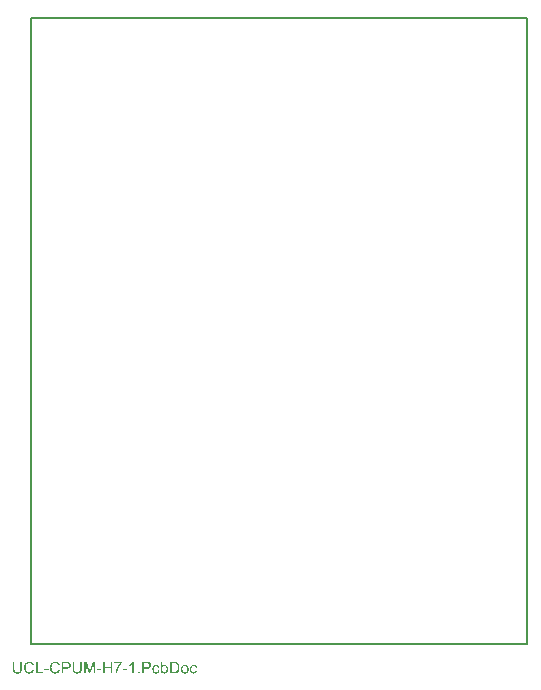
<source format=gm1>
G04*
G04 #@! TF.GenerationSoftware,Altium Limited,Altium Designer,19.1.9 (167)*
G04*
G04 Layer_Color=16711833*
%FSLAX44Y44*%
%MOMM*%
G71*
G01*
G75*
%ADD11C,0.2000*%
G36*
X21082Y-15102D02*
X21182D01*
X21307Y-15119D01*
X21457Y-15136D01*
X21616Y-15161D01*
X21791Y-15186D01*
X21982Y-15228D01*
X22182Y-15278D01*
X22382Y-15336D01*
X22590Y-15411D01*
X22799Y-15494D01*
X22999Y-15594D01*
X23199Y-15711D01*
X23390Y-15844D01*
X23398Y-15852D01*
X23432Y-15877D01*
X23482Y-15919D01*
X23557Y-15977D01*
X23632Y-16061D01*
X23732Y-16152D01*
X23832Y-16261D01*
X23940Y-16386D01*
X24057Y-16527D01*
X24173Y-16677D01*
X24290Y-16852D01*
X24407Y-17035D01*
X24515Y-17244D01*
X24615Y-17460D01*
X24706Y-17685D01*
X24790Y-17935D01*
X23523Y-18235D01*
Y-18227D01*
X23507Y-18185D01*
X23490Y-18135D01*
X23457Y-18060D01*
X23424Y-17977D01*
X23382Y-17868D01*
X23332Y-17760D01*
X23273Y-17644D01*
X23132Y-17385D01*
X22965Y-17127D01*
X22865Y-17010D01*
X22765Y-16894D01*
X22649Y-16785D01*
X22532Y-16686D01*
X22524Y-16677D01*
X22499Y-16660D01*
X22465Y-16644D01*
X22415Y-16610D01*
X22357Y-16569D01*
X22274Y-16527D01*
X22190Y-16486D01*
X22090Y-16436D01*
X21982Y-16394D01*
X21857Y-16352D01*
X21724Y-16311D01*
X21582Y-16269D01*
X21424Y-16236D01*
X21266Y-16219D01*
X21091Y-16202D01*
X20916Y-16194D01*
X20807D01*
X20733Y-16202D01*
X20633Y-16211D01*
X20524Y-16219D01*
X20399Y-16236D01*
X20258Y-16261D01*
X20116Y-16294D01*
X19966Y-16327D01*
X19808Y-16369D01*
X19649Y-16419D01*
X19491Y-16486D01*
X19333Y-16560D01*
X19183Y-16644D01*
X19033Y-16736D01*
X19025Y-16744D01*
X19000Y-16760D01*
X18958Y-16794D01*
X18908Y-16835D01*
X18850Y-16885D01*
X18783Y-16952D01*
X18700Y-17035D01*
X18616Y-17119D01*
X18533Y-17219D01*
X18441Y-17327D01*
X18358Y-17444D01*
X18267Y-17577D01*
X18183Y-17710D01*
X18108Y-17860D01*
X18041Y-18018D01*
X17975Y-18185D01*
Y-18193D01*
X17958Y-18227D01*
X17950Y-18277D01*
X17925Y-18343D01*
X17908Y-18427D01*
X17883Y-18527D01*
X17850Y-18635D01*
X17825Y-18760D01*
X17800Y-18893D01*
X17767Y-19043D01*
X17742Y-19193D01*
X17725Y-19351D01*
X17692Y-19693D01*
X17675Y-20051D01*
Y-20068D01*
Y-20110D01*
Y-20176D01*
X17683Y-20259D01*
Y-20368D01*
X17692Y-20493D01*
X17708Y-20635D01*
X17717Y-20793D01*
X17742Y-20959D01*
X17767Y-21134D01*
X17825Y-21493D01*
X17917Y-21867D01*
X17967Y-22051D01*
X18033Y-22226D01*
X18041Y-22234D01*
X18050Y-22267D01*
X18075Y-22317D01*
X18100Y-22376D01*
X18141Y-22451D01*
X18183Y-22542D01*
X18241Y-22642D01*
X18308Y-22742D01*
X18383Y-22859D01*
X18466Y-22967D01*
X18558Y-23084D01*
X18658Y-23201D01*
X18766Y-23309D01*
X18891Y-23417D01*
X19016Y-23517D01*
X19158Y-23609D01*
X19166Y-23617D01*
X19191Y-23625D01*
X19233Y-23650D01*
X19291Y-23684D01*
X19366Y-23717D01*
X19449Y-23750D01*
X19541Y-23792D01*
X19649Y-23834D01*
X19774Y-23884D01*
X19899Y-23925D01*
X20033Y-23959D01*
X20183Y-23992D01*
X20491Y-24050D01*
X20649Y-24059D01*
X20816Y-24067D01*
X20866D01*
X20924Y-24059D01*
X20999D01*
X21091Y-24050D01*
X21199Y-24034D01*
X21316Y-24017D01*
X21449Y-23992D01*
X21591Y-23959D01*
X21732Y-23917D01*
X21882Y-23867D01*
X22041Y-23800D01*
X22190Y-23734D01*
X22349Y-23650D01*
X22499Y-23550D01*
X22640Y-23442D01*
X22649Y-23434D01*
X22674Y-23409D01*
X22715Y-23375D01*
X22765Y-23325D01*
X22824Y-23259D01*
X22899Y-23175D01*
X22974Y-23084D01*
X23057Y-22975D01*
X23140Y-22851D01*
X23224Y-22717D01*
X23307Y-22567D01*
X23390Y-22401D01*
X23473Y-22217D01*
X23549Y-22026D01*
X23607Y-21818D01*
X23665Y-21593D01*
X24956Y-21918D01*
Y-21926D01*
X24948Y-21934D01*
Y-21959D01*
X24940Y-21984D01*
X24915Y-22067D01*
X24873Y-22176D01*
X24832Y-22309D01*
X24773Y-22459D01*
X24698Y-22634D01*
X24623Y-22809D01*
X24523Y-23001D01*
X24423Y-23201D01*
X24298Y-23400D01*
X24165Y-23600D01*
X24015Y-23800D01*
X23857Y-23992D01*
X23682Y-24167D01*
X23490Y-24334D01*
X23482Y-24342D01*
X23440Y-24367D01*
X23382Y-24409D01*
X23307Y-24467D01*
X23199Y-24525D01*
X23082Y-24600D01*
X22940Y-24675D01*
X22774Y-24750D01*
X22599Y-24825D01*
X22399Y-24900D01*
X22190Y-24975D01*
X21965Y-25033D01*
X21724Y-25092D01*
X21474Y-25133D01*
X21199Y-25158D01*
X20924Y-25167D01*
X20858D01*
X20774Y-25158D01*
X20666D01*
X20533Y-25150D01*
X20374Y-25133D01*
X20199Y-25117D01*
X20016Y-25083D01*
X19816Y-25050D01*
X19608Y-25008D01*
X19391Y-24958D01*
X19175Y-24900D01*
X18966Y-24825D01*
X18750Y-24742D01*
X18550Y-24642D01*
X18358Y-24534D01*
X18350Y-24525D01*
X18317Y-24500D01*
X18267Y-24467D01*
X18200Y-24417D01*
X18117Y-24350D01*
X18017Y-24267D01*
X17917Y-24167D01*
X17800Y-24059D01*
X17683Y-23934D01*
X17558Y-23800D01*
X17433Y-23642D01*
X17308Y-23475D01*
X17192Y-23300D01*
X17075Y-23101D01*
X16959Y-22901D01*
X16859Y-22676D01*
X16850Y-22659D01*
X16833Y-22617D01*
X16809Y-22551D01*
X16783Y-22467D01*
X16742Y-22351D01*
X16700Y-22217D01*
X16650Y-22067D01*
X16609Y-21892D01*
X16559Y-21701D01*
X16509Y-21501D01*
X16467Y-21284D01*
X16434Y-21059D01*
X16400Y-20818D01*
X16375Y-20576D01*
X16359Y-20318D01*
X16350Y-20060D01*
Y-20051D01*
Y-20043D01*
Y-19993D01*
Y-19910D01*
X16359Y-19801D01*
X16367Y-19676D01*
X16384Y-19518D01*
X16400Y-19351D01*
X16425Y-19160D01*
X16450Y-18960D01*
X16492Y-18743D01*
X16534Y-18527D01*
X16592Y-18302D01*
X16659Y-18077D01*
X16733Y-17852D01*
X16825Y-17627D01*
X16925Y-17410D01*
X16933Y-17394D01*
X16950Y-17360D01*
X16983Y-17302D01*
X17033Y-17227D01*
X17092Y-17127D01*
X17167Y-17019D01*
X17250Y-16902D01*
X17350Y-16769D01*
X17458Y-16636D01*
X17583Y-16494D01*
X17717Y-16344D01*
X17867Y-16202D01*
X18025Y-16061D01*
X18200Y-15927D01*
X18383Y-15802D01*
X18575Y-15686D01*
X18591Y-15677D01*
X18625Y-15661D01*
X18683Y-15627D01*
X18766Y-15594D01*
X18866Y-15552D01*
X18983Y-15502D01*
X19116Y-15444D01*
X19275Y-15386D01*
X19441Y-15336D01*
X19625Y-15278D01*
X19816Y-15228D01*
X20024Y-15186D01*
X20241Y-15152D01*
X20466Y-15119D01*
X20699Y-15102D01*
X20941Y-15094D01*
X21007D01*
X21082Y-15102D01*
D02*
G37*
G36*
X-837D02*
X-737D01*
X-612Y-15119D01*
X-462Y-15136D01*
X-304Y-15161D01*
X-129Y-15186D01*
X63Y-15228D01*
X263Y-15278D01*
X463Y-15336D01*
X671Y-15411D01*
X879Y-15494D01*
X1079Y-15594D01*
X1279Y-15711D01*
X1471Y-15844D01*
X1479Y-15852D01*
X1512Y-15877D01*
X1562Y-15919D01*
X1637Y-15977D01*
X1712Y-16061D01*
X1812Y-16152D01*
X1912Y-16261D01*
X2021Y-16386D01*
X2137Y-16527D01*
X2254Y-16677D01*
X2371Y-16852D01*
X2487Y-17035D01*
X2596Y-17244D01*
X2695Y-17460D01*
X2787Y-17685D01*
X2870Y-17935D01*
X1604Y-18235D01*
Y-18227D01*
X1587Y-18185D01*
X1571Y-18135D01*
X1537Y-18060D01*
X1504Y-17977D01*
X1462Y-17868D01*
X1412Y-17760D01*
X1354Y-17644D01*
X1213Y-17385D01*
X1046Y-17127D01*
X946Y-17010D01*
X846Y-16894D01*
X729Y-16785D01*
X613Y-16686D01*
X604Y-16677D01*
X579Y-16660D01*
X546Y-16644D01*
X496Y-16610D01*
X438Y-16569D01*
X354Y-16527D01*
X271Y-16486D01*
X171Y-16436D01*
X63Y-16394D01*
X-62Y-16352D01*
X-195Y-16311D01*
X-337Y-16269D01*
X-495Y-16236D01*
X-654Y-16219D01*
X-829Y-16202D01*
X-1004Y-16194D01*
X-1112D01*
X-1187Y-16202D01*
X-1287Y-16211D01*
X-1395Y-16219D01*
X-1520Y-16236D01*
X-1662Y-16261D01*
X-1803Y-16294D01*
X-1953Y-16327D01*
X-2112Y-16369D01*
X-2270Y-16419D01*
X-2428Y-16486D01*
X-2587Y-16560D01*
X-2736Y-16644D01*
X-2886Y-16736D01*
X-2895Y-16744D01*
X-2920Y-16760D01*
X-2961Y-16794D01*
X-3011Y-16835D01*
X-3070Y-16885D01*
X-3136Y-16952D01*
X-3220Y-17035D01*
X-3303Y-17119D01*
X-3386Y-17219D01*
X-3478Y-17327D01*
X-3561Y-17444D01*
X-3653Y-17577D01*
X-3736Y-17710D01*
X-3811Y-17860D01*
X-3878Y-18018D01*
X-3945Y-18185D01*
Y-18193D01*
X-3961Y-18227D01*
X-3970Y-18277D01*
X-3995Y-18343D01*
X-4011Y-18427D01*
X-4036Y-18527D01*
X-4069Y-18635D01*
X-4094Y-18760D01*
X-4119Y-18893D01*
X-4153Y-19043D01*
X-4178Y-19193D01*
X-4194Y-19351D01*
X-4228Y-19693D01*
X-4244Y-20051D01*
Y-20068D01*
Y-20110D01*
Y-20176D01*
X-4236Y-20259D01*
Y-20368D01*
X-4228Y-20493D01*
X-4211Y-20635D01*
X-4203Y-20793D01*
X-4178Y-20959D01*
X-4153Y-21134D01*
X-4094Y-21493D01*
X-4003Y-21867D01*
X-3953Y-22051D01*
X-3886Y-22226D01*
X-3878Y-22234D01*
X-3869Y-22267D01*
X-3844Y-22317D01*
X-3819Y-22376D01*
X-3778Y-22451D01*
X-3736Y-22542D01*
X-3678Y-22642D01*
X-3611Y-22742D01*
X-3536Y-22859D01*
X-3453Y-22967D01*
X-3361Y-23084D01*
X-3261Y-23201D01*
X-3153Y-23309D01*
X-3028Y-23417D01*
X-2903Y-23517D01*
X-2761Y-23609D01*
X-2753Y-23617D01*
X-2728Y-23625D01*
X-2686Y-23650D01*
X-2628Y-23684D01*
X-2553Y-23717D01*
X-2470Y-23750D01*
X-2378Y-23792D01*
X-2270Y-23834D01*
X-2145Y-23884D01*
X-2020Y-23925D01*
X-1887Y-23959D01*
X-1737Y-23992D01*
X-1428Y-24050D01*
X-1270Y-24059D01*
X-1104Y-24067D01*
X-1054D01*
X-995Y-24059D01*
X-920D01*
X-829Y-24050D01*
X-720Y-24034D01*
X-604Y-24017D01*
X-470Y-23992D01*
X-329Y-23959D01*
X-187Y-23917D01*
X-37Y-23867D01*
X121Y-23800D01*
X271Y-23734D01*
X429Y-23650D01*
X579Y-23550D01*
X721Y-23442D01*
X729Y-23434D01*
X754Y-23409D01*
X796Y-23375D01*
X846Y-23325D01*
X904Y-23259D01*
X979Y-23175D01*
X1054Y-23084D01*
X1138Y-22975D01*
X1221Y-22851D01*
X1304Y-22717D01*
X1388Y-22567D01*
X1471Y-22401D01*
X1554Y-22217D01*
X1629Y-22026D01*
X1687Y-21818D01*
X1746Y-21593D01*
X3037Y-21918D01*
Y-21926D01*
X3029Y-21934D01*
Y-21959D01*
X3020Y-21984D01*
X2995Y-22067D01*
X2954Y-22176D01*
X2912Y-22309D01*
X2854Y-22459D01*
X2779Y-22634D01*
X2704Y-22809D01*
X2604Y-23001D01*
X2504Y-23201D01*
X2379Y-23400D01*
X2246Y-23600D01*
X2096Y-23800D01*
X1937Y-23992D01*
X1762Y-24167D01*
X1571Y-24334D01*
X1562Y-24342D01*
X1521Y-24367D01*
X1462Y-24409D01*
X1388Y-24467D01*
X1279Y-24525D01*
X1163Y-24600D01*
X1021Y-24675D01*
X854Y-24750D01*
X679Y-24825D01*
X479Y-24900D01*
X271Y-24975D01*
X46Y-25033D01*
X-195Y-25092D01*
X-445Y-25133D01*
X-720Y-25158D01*
X-995Y-25167D01*
X-1062D01*
X-1145Y-25158D01*
X-1253D01*
X-1387Y-25150D01*
X-1545Y-25133D01*
X-1720Y-25117D01*
X-1903Y-25083D01*
X-2103Y-25050D01*
X-2312Y-25008D01*
X-2528Y-24958D01*
X-2745Y-24900D01*
X-2953Y-24825D01*
X-3170Y-24742D01*
X-3370Y-24642D01*
X-3561Y-24534D01*
X-3570Y-24525D01*
X-3603Y-24500D01*
X-3653Y-24467D01*
X-3720Y-24417D01*
X-3803Y-24350D01*
X-3903Y-24267D01*
X-4003Y-24167D01*
X-4119Y-24059D01*
X-4236Y-23934D01*
X-4361Y-23800D01*
X-4486Y-23642D01*
X-4611Y-23475D01*
X-4728Y-23300D01*
X-4844Y-23101D01*
X-4961Y-22901D01*
X-5061Y-22676D01*
X-5069Y-22659D01*
X-5086Y-22617D01*
X-5111Y-22551D01*
X-5136Y-22467D01*
X-5178Y-22351D01*
X-5219Y-22217D01*
X-5269Y-22067D01*
X-5311Y-21892D01*
X-5361Y-21701D01*
X-5411Y-21501D01*
X-5452Y-21284D01*
X-5486Y-21059D01*
X-5519Y-20818D01*
X-5544Y-20576D01*
X-5561Y-20318D01*
X-5569Y-20060D01*
Y-20051D01*
Y-20043D01*
Y-19993D01*
Y-19910D01*
X-5561Y-19801D01*
X-5552Y-19676D01*
X-5536Y-19518D01*
X-5519Y-19351D01*
X-5494Y-19160D01*
X-5469Y-18960D01*
X-5427Y-18743D01*
X-5386Y-18527D01*
X-5328Y-18302D01*
X-5261Y-18077D01*
X-5186Y-17852D01*
X-5094Y-17627D01*
X-4994Y-17410D01*
X-4986Y-17394D01*
X-4969Y-17360D01*
X-4936Y-17302D01*
X-4886Y-17227D01*
X-4828Y-17127D01*
X-4753Y-17019D01*
X-4669Y-16902D01*
X-4569Y-16769D01*
X-4461Y-16636D01*
X-4336Y-16494D01*
X-4203Y-16344D01*
X-4053Y-16202D01*
X-3895Y-16061D01*
X-3720Y-15927D01*
X-3536Y-15802D01*
X-3345Y-15686D01*
X-3328Y-15677D01*
X-3295Y-15661D01*
X-3236Y-15627D01*
X-3153Y-15594D01*
X-3053Y-15552D01*
X-2936Y-15502D01*
X-2803Y-15444D01*
X-2645Y-15386D01*
X-2478Y-15336D01*
X-2295Y-15278D01*
X-2103Y-15228D01*
X-1895Y-15186D01*
X-1678Y-15152D01*
X-1453Y-15119D01*
X-1220Y-15102D01*
X-979Y-15094D01*
X-912D01*
X-837Y-15102D01*
D02*
G37*
G36*
X68979Y-25000D02*
X67687D01*
Y-20410D01*
X62647D01*
Y-25000D01*
X61356D01*
Y-15261D01*
X62647D01*
Y-19260D01*
X67687D01*
Y-15261D01*
X68979D01*
Y-25000D01*
D02*
G37*
G36*
X138286Y-17794D02*
X138386Y-17802D01*
X138494Y-17818D01*
X138627Y-17835D01*
X138761Y-17860D01*
X138911Y-17885D01*
X139061Y-17927D01*
X139219Y-17977D01*
X139377Y-18027D01*
X139527Y-18102D01*
X139685Y-18177D01*
X139835Y-18268D01*
X139977Y-18368D01*
X139985Y-18377D01*
X140010Y-18393D01*
X140044Y-18427D01*
X140094Y-18477D01*
X140152Y-18535D01*
X140219Y-18610D01*
X140294Y-18693D01*
X140369Y-18793D01*
X140452Y-18902D01*
X140527Y-19026D01*
X140610Y-19160D01*
X140685Y-19310D01*
X140752Y-19468D01*
X140818Y-19635D01*
X140877Y-19818D01*
X140918Y-20010D01*
X139752Y-20193D01*
Y-20185D01*
X139744Y-20160D01*
X139735Y-20126D01*
X139719Y-20076D01*
X139702Y-20018D01*
X139677Y-19951D01*
X139619Y-19793D01*
X139535Y-19618D01*
X139436Y-19443D01*
X139311Y-19276D01*
X139160Y-19126D01*
X139152Y-19118D01*
X139144Y-19110D01*
X139119Y-19093D01*
X139086Y-19068D01*
X139044Y-19043D01*
X138994Y-19010D01*
X138877Y-18943D01*
X138727Y-18885D01*
X138552Y-18827D01*
X138361Y-18785D01*
X138252Y-18768D01*
X138061D01*
X137994Y-18777D01*
X137919Y-18785D01*
X137828Y-18802D01*
X137728Y-18827D01*
X137628Y-18852D01*
X137511Y-18885D01*
X137394Y-18927D01*
X137269Y-18977D01*
X137144Y-19043D01*
X137028Y-19118D01*
X136903Y-19202D01*
X136786Y-19302D01*
X136678Y-19418D01*
X136670Y-19426D01*
X136653Y-19451D01*
X136628Y-19485D01*
X136594Y-19543D01*
X136545Y-19610D01*
X136503Y-19701D01*
X136453Y-19801D01*
X136403Y-19918D01*
X136345Y-20051D01*
X136295Y-20201D01*
X136253Y-20368D01*
X136211Y-20559D01*
X136170Y-20759D01*
X136145Y-20976D01*
X136128Y-21218D01*
X136120Y-21468D01*
Y-21484D01*
Y-21526D01*
Y-21601D01*
X136128Y-21701D01*
X136136Y-21818D01*
X136145Y-21951D01*
X136161Y-22101D01*
X136186Y-22259D01*
X136253Y-22601D01*
X136295Y-22767D01*
X136345Y-22942D01*
X136411Y-23101D01*
X136486Y-23259D01*
X136569Y-23400D01*
X136661Y-23534D01*
X136670Y-23542D01*
X136686Y-23559D01*
X136720Y-23592D01*
X136761Y-23634D01*
X136811Y-23684D01*
X136878Y-23734D01*
X136953Y-23792D01*
X137044Y-23850D01*
X137136Y-23917D01*
X137244Y-23975D01*
X137361Y-24025D01*
X137494Y-24075D01*
X137628Y-24117D01*
X137769Y-24150D01*
X137928Y-24167D01*
X138086Y-24175D01*
X138153D01*
X138202Y-24167D01*
X138261Y-24158D01*
X138336Y-24150D01*
X138494Y-24125D01*
X138677Y-24075D01*
X138877Y-23992D01*
X138969Y-23950D01*
X139069Y-23892D01*
X139160Y-23825D01*
X139252Y-23750D01*
X139261Y-23742D01*
X139277Y-23734D01*
X139294Y-23700D01*
X139327Y-23667D01*
X139369Y-23625D01*
X139410Y-23567D01*
X139460Y-23500D01*
X139510Y-23417D01*
X139560Y-23334D01*
X139610Y-23234D01*
X139660Y-23126D01*
X139710Y-23009D01*
X139752Y-22875D01*
X139794Y-22734D01*
X139835Y-22584D01*
X139860Y-22417D01*
X141035Y-22576D01*
Y-22592D01*
X141027Y-22626D01*
X141010Y-22692D01*
X140993Y-22776D01*
X140968Y-22875D01*
X140927Y-22992D01*
X140885Y-23126D01*
X140835Y-23267D01*
X140777Y-23417D01*
X140702Y-23575D01*
X140627Y-23734D01*
X140535Y-23892D01*
X140427Y-24042D01*
X140310Y-24200D01*
X140185Y-24342D01*
X140044Y-24475D01*
X140035Y-24483D01*
X140010Y-24500D01*
X139960Y-24542D01*
X139902Y-24583D01*
X139827Y-24633D01*
X139735Y-24692D01*
X139627Y-24750D01*
X139502Y-24817D01*
X139369Y-24883D01*
X139219Y-24942D01*
X139061Y-25000D01*
X138886Y-25050D01*
X138702Y-25092D01*
X138511Y-25125D01*
X138311Y-25150D01*
X138094Y-25158D01*
X138027D01*
X137952Y-25150D01*
X137852Y-25142D01*
X137728Y-25133D01*
X137586Y-25108D01*
X137428Y-25083D01*
X137261Y-25042D01*
X137078Y-24992D01*
X136886Y-24925D01*
X136694Y-24850D01*
X136503Y-24758D01*
X136303Y-24650D01*
X136111Y-24525D01*
X135936Y-24383D01*
X135761Y-24217D01*
X135753Y-24209D01*
X135728Y-24175D01*
X135678Y-24117D01*
X135628Y-24042D01*
X135562Y-23942D01*
X135486Y-23825D01*
X135403Y-23684D01*
X135328Y-23517D01*
X135245Y-23342D01*
X135162Y-23134D01*
X135087Y-22917D01*
X135020Y-22667D01*
X134970Y-22409D01*
X134928Y-22126D01*
X134895Y-21826D01*
X134887Y-21501D01*
Y-21484D01*
Y-21451D01*
Y-21393D01*
X134895Y-21309D01*
Y-21209D01*
X134903Y-21093D01*
X134920Y-20968D01*
X134937Y-20826D01*
X134953Y-20668D01*
X134978Y-20510D01*
X135045Y-20176D01*
X135137Y-19835D01*
X135195Y-19668D01*
X135261Y-19501D01*
X135270Y-19493D01*
X135278Y-19460D01*
X135303Y-19418D01*
X135337Y-19360D01*
X135370Y-19293D01*
X135420Y-19210D01*
X135478Y-19118D01*
X135545Y-19018D01*
X135620Y-18918D01*
X135703Y-18810D01*
X135803Y-18702D01*
X135903Y-18602D01*
X136020Y-18493D01*
X136136Y-18393D01*
X136270Y-18302D01*
X136411Y-18218D01*
X136420Y-18210D01*
X136445Y-18202D01*
X136486Y-18177D01*
X136545Y-18152D01*
X136620Y-18118D01*
X136703Y-18085D01*
X136803Y-18043D01*
X136911Y-18002D01*
X137036Y-17960D01*
X137161Y-17918D01*
X137303Y-17885D01*
X137444Y-17852D01*
X137761Y-17802D01*
X137928Y-17794D01*
X138094Y-17785D01*
X138202D01*
X138286Y-17794D01*
D02*
G37*
G36*
X106527D02*
X106627Y-17802D01*
X106735Y-17818D01*
X106869Y-17835D01*
X107002Y-17860D01*
X107152Y-17885D01*
X107302Y-17927D01*
X107460Y-17977D01*
X107619Y-18027D01*
X107769Y-18102D01*
X107927Y-18177D01*
X108077Y-18268D01*
X108218Y-18368D01*
X108227Y-18377D01*
X108252Y-18393D01*
X108285Y-18427D01*
X108335Y-18477D01*
X108393Y-18535D01*
X108460Y-18610D01*
X108535Y-18693D01*
X108610Y-18793D01*
X108693Y-18902D01*
X108768Y-19026D01*
X108852Y-19160D01*
X108927Y-19310D01*
X108993Y-19468D01*
X109060Y-19635D01*
X109118Y-19818D01*
X109160Y-20010D01*
X107993Y-20193D01*
Y-20185D01*
X107985Y-20160D01*
X107977Y-20126D01*
X107960Y-20076D01*
X107943Y-20018D01*
X107919Y-19951D01*
X107860Y-19793D01*
X107777Y-19618D01*
X107677Y-19443D01*
X107552Y-19276D01*
X107402Y-19126D01*
X107394Y-19118D01*
X107385Y-19110D01*
X107360Y-19093D01*
X107327Y-19068D01*
X107285Y-19043D01*
X107235Y-19010D01*
X107119Y-18943D01*
X106969Y-18885D01*
X106794Y-18827D01*
X106602Y-18785D01*
X106494Y-18768D01*
X106302D01*
X106236Y-18777D01*
X106161Y-18785D01*
X106069Y-18802D01*
X105969Y-18827D01*
X105869Y-18852D01*
X105752Y-18885D01*
X105636Y-18927D01*
X105511Y-18977D01*
X105386Y-19043D01*
X105269Y-19118D01*
X105144Y-19202D01*
X105028Y-19302D01*
X104919Y-19418D01*
X104911Y-19426D01*
X104894Y-19451D01*
X104869Y-19485D01*
X104836Y-19543D01*
X104786Y-19610D01*
X104744Y-19701D01*
X104694Y-19801D01*
X104644Y-19918D01*
X104586Y-20051D01*
X104536Y-20201D01*
X104494Y-20368D01*
X104453Y-20559D01*
X104411Y-20759D01*
X104386Y-20976D01*
X104369Y-21218D01*
X104361Y-21468D01*
Y-21484D01*
Y-21526D01*
Y-21601D01*
X104369Y-21701D01*
X104378Y-21818D01*
X104386Y-21951D01*
X104403Y-22101D01*
X104428Y-22259D01*
X104494Y-22601D01*
X104536Y-22767D01*
X104586Y-22942D01*
X104653Y-23101D01*
X104728Y-23259D01*
X104811Y-23400D01*
X104903Y-23534D01*
X104911Y-23542D01*
X104928Y-23559D01*
X104961Y-23592D01*
X105003Y-23634D01*
X105053Y-23684D01*
X105119Y-23734D01*
X105194Y-23792D01*
X105286Y-23850D01*
X105378Y-23917D01*
X105486Y-23975D01*
X105603Y-24025D01*
X105736Y-24075D01*
X105869Y-24117D01*
X106011Y-24150D01*
X106169Y-24167D01*
X106327Y-24175D01*
X106394D01*
X106444Y-24167D01*
X106502Y-24158D01*
X106577Y-24150D01*
X106735Y-24125D01*
X106919Y-24075D01*
X107119Y-23992D01*
X107210Y-23950D01*
X107310Y-23892D01*
X107402Y-23825D01*
X107494Y-23750D01*
X107502Y-23742D01*
X107519Y-23734D01*
X107535Y-23700D01*
X107569Y-23667D01*
X107610Y-23625D01*
X107652Y-23567D01*
X107702Y-23500D01*
X107752Y-23417D01*
X107802Y-23334D01*
X107852Y-23234D01*
X107902Y-23126D01*
X107952Y-23009D01*
X107993Y-22875D01*
X108035Y-22734D01*
X108077Y-22584D01*
X108102Y-22417D01*
X109277Y-22576D01*
Y-22592D01*
X109268Y-22626D01*
X109251Y-22692D01*
X109235Y-22776D01*
X109210Y-22875D01*
X109168Y-22992D01*
X109127Y-23126D01*
X109077Y-23267D01*
X109018Y-23417D01*
X108943Y-23575D01*
X108868Y-23734D01*
X108777Y-23892D01*
X108668Y-24042D01*
X108552Y-24200D01*
X108427Y-24342D01*
X108285Y-24475D01*
X108277Y-24483D01*
X108252Y-24500D01*
X108202Y-24542D01*
X108144Y-24583D01*
X108069Y-24633D01*
X107977Y-24692D01*
X107868Y-24750D01*
X107744Y-24817D01*
X107610Y-24883D01*
X107460Y-24942D01*
X107302Y-25000D01*
X107127Y-25050D01*
X106944Y-25092D01*
X106752Y-25125D01*
X106552Y-25150D01*
X106336Y-25158D01*
X106269D01*
X106194Y-25150D01*
X106094Y-25142D01*
X105969Y-25133D01*
X105827Y-25108D01*
X105669Y-25083D01*
X105503Y-25042D01*
X105319Y-24992D01*
X105128Y-24925D01*
X104936Y-24850D01*
X104744Y-24758D01*
X104544Y-24650D01*
X104353Y-24525D01*
X104178Y-24383D01*
X104003Y-24217D01*
X103995Y-24209D01*
X103969Y-24175D01*
X103920Y-24117D01*
X103870Y-24042D01*
X103803Y-23942D01*
X103728Y-23825D01*
X103645Y-23684D01*
X103570Y-23517D01*
X103486Y-23342D01*
X103403Y-23134D01*
X103328Y-22917D01*
X103261Y-22667D01*
X103211Y-22409D01*
X103170Y-22126D01*
X103136Y-21826D01*
X103128Y-21501D01*
Y-21484D01*
Y-21451D01*
Y-21393D01*
X103136Y-21309D01*
Y-21209D01*
X103145Y-21093D01*
X103161Y-20968D01*
X103178Y-20826D01*
X103195Y-20668D01*
X103220Y-20510D01*
X103286Y-20176D01*
X103378Y-19835D01*
X103436Y-19668D01*
X103503Y-19501D01*
X103511Y-19493D01*
X103520Y-19460D01*
X103545Y-19418D01*
X103578Y-19360D01*
X103611Y-19293D01*
X103661Y-19210D01*
X103720Y-19118D01*
X103786Y-19018D01*
X103861Y-18918D01*
X103945Y-18810D01*
X104045Y-18702D01*
X104144Y-18602D01*
X104261Y-18493D01*
X104378Y-18393D01*
X104511Y-18302D01*
X104653Y-18218D01*
X104661Y-18210D01*
X104686Y-18202D01*
X104728Y-18177D01*
X104786Y-18152D01*
X104861Y-18118D01*
X104944Y-18085D01*
X105044Y-18043D01*
X105153Y-18002D01*
X105278Y-17960D01*
X105402Y-17918D01*
X105544Y-17885D01*
X105686Y-17852D01*
X106002Y-17802D01*
X106169Y-17794D01*
X106336Y-17785D01*
X106444D01*
X106527Y-17794D01*
D02*
G37*
G36*
X81750Y-22076D02*
X78068D01*
Y-20876D01*
X81750D01*
Y-22076D01*
D02*
G37*
G36*
X59831D02*
X56149D01*
Y-20876D01*
X59831D01*
Y-22076D01*
D02*
G37*
G36*
X15251D02*
X11568D01*
Y-20876D01*
X15251D01*
Y-22076D01*
D02*
G37*
G36*
X54699Y-25000D02*
X53457D01*
Y-16852D01*
X50616Y-25000D01*
X49458D01*
X46643Y-16710D01*
Y-25000D01*
X45401D01*
Y-15261D01*
X47334D01*
X49642Y-22159D01*
Y-22167D01*
X49658Y-22201D01*
X49675Y-22251D01*
X49692Y-22317D01*
X49717Y-22401D01*
X49750Y-22492D01*
X49783Y-22592D01*
X49817Y-22701D01*
X49892Y-22934D01*
X49975Y-23175D01*
X50042Y-23400D01*
X50075Y-23509D01*
X50108Y-23600D01*
Y-23592D01*
X50117Y-23575D01*
X50125Y-23542D01*
X50142Y-23500D01*
X50158Y-23442D01*
X50183Y-23375D01*
X50208Y-23300D01*
X50233Y-23209D01*
X50267Y-23101D01*
X50308Y-22984D01*
X50350Y-22859D01*
X50400Y-22717D01*
X50450Y-22567D01*
X50500Y-22401D01*
X50558Y-22226D01*
X50625Y-22042D01*
X52966Y-15261D01*
X54699D01*
Y-25000D01*
D02*
G37*
G36*
X43293Y-20893D02*
Y-20909D01*
Y-20959D01*
Y-21034D01*
X43285Y-21134D01*
Y-21259D01*
X43277Y-21401D01*
X43268Y-21559D01*
X43252Y-21734D01*
X43235Y-21918D01*
X43210Y-22109D01*
X43152Y-22492D01*
X43068Y-22875D01*
X43018Y-23059D01*
X42960Y-23226D01*
Y-23234D01*
X42944Y-23267D01*
X42927Y-23309D01*
X42894Y-23367D01*
X42860Y-23442D01*
X42810Y-23525D01*
X42752Y-23625D01*
X42685Y-23725D01*
X42610Y-23834D01*
X42519Y-23950D01*
X42427Y-24067D01*
X42310Y-24183D01*
X42194Y-24300D01*
X42060Y-24417D01*
X41919Y-24525D01*
X41761Y-24633D01*
X41752Y-24642D01*
X41719Y-24658D01*
X41669Y-24683D01*
X41602Y-24717D01*
X41519Y-24758D01*
X41411Y-24800D01*
X41294Y-24850D01*
X41152Y-24900D01*
X40994Y-24950D01*
X40827Y-25000D01*
X40636Y-25042D01*
X40436Y-25083D01*
X40219Y-25117D01*
X39986Y-25142D01*
X39744Y-25158D01*
X39486Y-25167D01*
X39353D01*
X39261Y-25158D01*
X39144Y-25150D01*
X39011Y-25142D01*
X38861Y-25125D01*
X38695Y-25108D01*
X38520Y-25083D01*
X38336Y-25050D01*
X37961Y-24967D01*
X37778Y-24917D01*
X37595Y-24850D01*
X37412Y-24783D01*
X37245Y-24700D01*
X37237Y-24692D01*
X37203Y-24675D01*
X37162Y-24650D01*
X37103Y-24608D01*
X37037Y-24558D01*
X36953Y-24500D01*
X36862Y-24434D01*
X36762Y-24350D01*
X36662Y-24258D01*
X36562Y-24158D01*
X36462Y-24042D01*
X36353Y-23925D01*
X36253Y-23792D01*
X36162Y-23650D01*
X36079Y-23492D01*
X36004Y-23334D01*
Y-23325D01*
X35987Y-23292D01*
X35970Y-23242D01*
X35945Y-23167D01*
X35920Y-23075D01*
X35887Y-22967D01*
X35854Y-22842D01*
X35820Y-22692D01*
X35787Y-22526D01*
X35754Y-22342D01*
X35720Y-22142D01*
X35695Y-21926D01*
X35670Y-21693D01*
X35654Y-21443D01*
X35645Y-21176D01*
X35637Y-20893D01*
Y-15261D01*
X36928D01*
Y-20884D01*
Y-20901D01*
Y-20943D01*
Y-21001D01*
Y-21093D01*
X36937Y-21193D01*
X36945Y-21318D01*
Y-21451D01*
X36962Y-21593D01*
X36987Y-21892D01*
X37028Y-22209D01*
X37053Y-22359D01*
X37087Y-22501D01*
X37120Y-22634D01*
X37162Y-22751D01*
Y-22759D01*
X37170Y-22776D01*
X37187Y-22809D01*
X37203Y-22851D01*
X37237Y-22901D01*
X37270Y-22959D01*
X37353Y-23092D01*
X37462Y-23242D01*
X37603Y-23392D01*
X37770Y-23542D01*
X37970Y-23675D01*
X37978D01*
X37995Y-23692D01*
X38028Y-23709D01*
X38070Y-23725D01*
X38128Y-23750D01*
X38195Y-23775D01*
X38270Y-23809D01*
X38361Y-23834D01*
X38461Y-23867D01*
X38561Y-23900D01*
X38678Y-23925D01*
X38803Y-23950D01*
X39069Y-23984D01*
X39369Y-24000D01*
X39436D01*
X39503Y-23992D01*
X39603D01*
X39719Y-23984D01*
X39853Y-23967D01*
X40003Y-23950D01*
X40161Y-23917D01*
X40319Y-23884D01*
X40494Y-23842D01*
X40661Y-23792D01*
X40827Y-23725D01*
X40986Y-23659D01*
X41136Y-23567D01*
X41269Y-23475D01*
X41394Y-23359D01*
X41402Y-23350D01*
X41419Y-23325D01*
X41452Y-23284D01*
X41486Y-23226D01*
X41536Y-23150D01*
X41585Y-23059D01*
X41644Y-22942D01*
X41702Y-22809D01*
X41752Y-22651D01*
X41810Y-22476D01*
X41860Y-22267D01*
X41910Y-22042D01*
X41944Y-21793D01*
X41977Y-21518D01*
X41994Y-21218D01*
X42002Y-20884D01*
Y-15261D01*
X43293D01*
Y-20893D01*
D02*
G37*
G36*
X-7344D02*
Y-20909D01*
Y-20959D01*
Y-21034D01*
X-7352Y-21134D01*
Y-21259D01*
X-7360Y-21401D01*
X-7369Y-21559D01*
X-7385Y-21734D01*
X-7402Y-21918D01*
X-7427Y-22109D01*
X-7485Y-22492D01*
X-7569Y-22875D01*
X-7619Y-23059D01*
X-7677Y-23226D01*
Y-23234D01*
X-7693Y-23267D01*
X-7710Y-23309D01*
X-7743Y-23367D01*
X-7777Y-23442D01*
X-7827Y-23525D01*
X-7885Y-23625D01*
X-7952Y-23725D01*
X-8027Y-23834D01*
X-8118Y-23950D01*
X-8210Y-24067D01*
X-8327Y-24183D01*
X-8443Y-24300D01*
X-8577Y-24417D01*
X-8718Y-24525D01*
X-8877Y-24633D01*
X-8885Y-24642D01*
X-8918Y-24658D01*
X-8968Y-24683D01*
X-9035Y-24717D01*
X-9118Y-24758D01*
X-9226Y-24800D01*
X-9343Y-24850D01*
X-9485Y-24900D01*
X-9643Y-24950D01*
X-9810Y-25000D01*
X-10001Y-25042D01*
X-10201Y-25083D01*
X-10418Y-25117D01*
X-10651Y-25142D01*
X-10893Y-25158D01*
X-11151Y-25167D01*
X-11284D01*
X-11376Y-25158D01*
X-11493Y-25150D01*
X-11626Y-25142D01*
X-11776Y-25125D01*
X-11942Y-25108D01*
X-12117Y-25083D01*
X-12301Y-25050D01*
X-12676Y-24967D01*
X-12859Y-24917D01*
X-13042Y-24850D01*
X-13225Y-24783D01*
X-13392Y-24700D01*
X-13400Y-24692D01*
X-13434Y-24675D01*
X-13475Y-24650D01*
X-13534Y-24608D01*
X-13600Y-24558D01*
X-13684Y-24500D01*
X-13775Y-24434D01*
X-13875Y-24350D01*
X-13975Y-24258D01*
X-14075Y-24158D01*
X-14175Y-24042D01*
X-14283Y-23925D01*
X-14383Y-23792D01*
X-14475Y-23650D01*
X-14558Y-23492D01*
X-14633Y-23334D01*
Y-23325D01*
X-14650Y-23292D01*
X-14667Y-23242D01*
X-14692Y-23167D01*
X-14717Y-23075D01*
X-14750Y-22967D01*
X-14783Y-22842D01*
X-14817Y-22692D01*
X-14850Y-22526D01*
X-14883Y-22342D01*
X-14917Y-22142D01*
X-14942Y-21926D01*
X-14967Y-21693D01*
X-14983Y-21443D01*
X-14992Y-21176D01*
X-15000Y-20893D01*
Y-15261D01*
X-13709D01*
Y-20884D01*
Y-20901D01*
Y-20943D01*
Y-21001D01*
Y-21093D01*
X-13700Y-21193D01*
X-13692Y-21318D01*
Y-21451D01*
X-13675Y-21593D01*
X-13650Y-21892D01*
X-13609Y-22209D01*
X-13584Y-22359D01*
X-13550Y-22501D01*
X-13517Y-22634D01*
X-13475Y-22751D01*
Y-22759D01*
X-13467Y-22776D01*
X-13450Y-22809D01*
X-13434Y-22851D01*
X-13400Y-22901D01*
X-13367Y-22959D01*
X-13284Y-23092D01*
X-13175Y-23242D01*
X-13034Y-23392D01*
X-12867Y-23542D01*
X-12667Y-23675D01*
X-12659D01*
X-12642Y-23692D01*
X-12609Y-23709D01*
X-12567Y-23725D01*
X-12509Y-23750D01*
X-12442Y-23775D01*
X-12367Y-23809D01*
X-12276Y-23834D01*
X-12176Y-23867D01*
X-12076Y-23900D01*
X-11959Y-23925D01*
X-11834Y-23950D01*
X-11567Y-23984D01*
X-11268Y-24000D01*
X-11201D01*
X-11134Y-23992D01*
X-11034D01*
X-10918Y-23984D01*
X-10784Y-23967D01*
X-10634Y-23950D01*
X-10476Y-23917D01*
X-10318Y-23884D01*
X-10143Y-23842D01*
X-9976Y-23792D01*
X-9810Y-23725D01*
X-9651Y-23659D01*
X-9501Y-23567D01*
X-9368Y-23475D01*
X-9243Y-23359D01*
X-9235Y-23350D01*
X-9218Y-23325D01*
X-9185Y-23284D01*
X-9151Y-23226D01*
X-9101Y-23150D01*
X-9051Y-23059D01*
X-8993Y-22942D01*
X-8935Y-22809D01*
X-8885Y-22651D01*
X-8827Y-22476D01*
X-8777Y-22267D01*
X-8727Y-22042D01*
X-8693Y-21793D01*
X-8660Y-21518D01*
X-8643Y-21218D01*
X-8635Y-20884D01*
Y-15261D01*
X-7344D01*
Y-20893D01*
D02*
G37*
G36*
X121757Y-15269D02*
X121873D01*
X122007Y-15278D01*
X122290Y-15294D01*
X122573Y-15319D01*
X122848Y-15352D01*
X122981Y-15378D01*
X123098Y-15402D01*
X123106D01*
X123131Y-15411D01*
X123181Y-15419D01*
X123240Y-15444D01*
X123306Y-15461D01*
X123390Y-15486D01*
X123490Y-15519D01*
X123589Y-15561D01*
X123814Y-15661D01*
X124048Y-15777D01*
X124289Y-15927D01*
X124523Y-16102D01*
X124531Y-16111D01*
X124556Y-16136D01*
X124598Y-16169D01*
X124648Y-16219D01*
X124714Y-16286D01*
X124789Y-16360D01*
X124873Y-16452D01*
X124956Y-16552D01*
X125048Y-16669D01*
X125147Y-16794D01*
X125239Y-16935D01*
X125339Y-17077D01*
X125431Y-17235D01*
X125522Y-17402D01*
X125606Y-17585D01*
X125681Y-17768D01*
X125689Y-17777D01*
X125697Y-17810D01*
X125714Y-17868D01*
X125739Y-17944D01*
X125772Y-18043D01*
X125806Y-18160D01*
X125839Y-18285D01*
X125872Y-18435D01*
X125906Y-18602D01*
X125939Y-18777D01*
X125972Y-18968D01*
X126006Y-19168D01*
X126031Y-19385D01*
X126047Y-19610D01*
X126064Y-19843D01*
Y-20085D01*
Y-20093D01*
Y-20135D01*
Y-20193D01*
Y-20268D01*
X126056Y-20368D01*
X126047Y-20476D01*
X126039Y-20610D01*
X126031Y-20743D01*
X126014Y-20893D01*
X125997Y-21051D01*
X125956Y-21384D01*
X125889Y-21718D01*
X125797Y-22051D01*
Y-22059D01*
X125789Y-22092D01*
X125772Y-22134D01*
X125747Y-22192D01*
X125722Y-22267D01*
X125697Y-22351D01*
X125656Y-22442D01*
X125614Y-22551D01*
X125522Y-22776D01*
X125406Y-23009D01*
X125281Y-23242D01*
X125131Y-23467D01*
X125122Y-23475D01*
X125114Y-23492D01*
X125089Y-23517D01*
X125064Y-23559D01*
X125022Y-23609D01*
X124981Y-23659D01*
X124873Y-23784D01*
X124739Y-23925D01*
X124589Y-24075D01*
X124423Y-24217D01*
X124248Y-24350D01*
X124239D01*
X124223Y-24367D01*
X124198Y-24383D01*
X124164Y-24400D01*
X124114Y-24434D01*
X124064Y-24458D01*
X123998Y-24500D01*
X123923Y-24534D01*
X123756Y-24617D01*
X123556Y-24692D01*
X123340Y-24775D01*
X123090Y-24842D01*
X123081D01*
X123056Y-24850D01*
X123023Y-24858D01*
X122973Y-24867D01*
X122906Y-24875D01*
X122823Y-24892D01*
X122740Y-24908D01*
X122640Y-24917D01*
X122531Y-24933D01*
X122407Y-24950D01*
X122282Y-24967D01*
X122140Y-24975D01*
X121848Y-24992D01*
X121523Y-25000D01*
X118016D01*
Y-15261D01*
X121648D01*
X121757Y-15269D01*
D02*
G37*
G36*
X98571D02*
X98787D01*
X99029Y-15286D01*
X99271Y-15302D01*
X99512Y-15328D01*
X99621Y-15344D01*
X99721Y-15361D01*
X99729D01*
X99754Y-15369D01*
X99787Y-15378D01*
X99837Y-15386D01*
X99904Y-15394D01*
X99971Y-15419D01*
X100054Y-15436D01*
X100137Y-15461D01*
X100329Y-15527D01*
X100529Y-15602D01*
X100729Y-15702D01*
X100920Y-15819D01*
X100929D01*
X100945Y-15836D01*
X100970Y-15852D01*
X101004Y-15877D01*
X101095Y-15952D01*
X101204Y-16061D01*
X101329Y-16194D01*
X101462Y-16360D01*
X101587Y-16544D01*
X101704Y-16760D01*
Y-16769D01*
X101720Y-16785D01*
X101728Y-16819D01*
X101753Y-16869D01*
X101770Y-16919D01*
X101795Y-16985D01*
X101828Y-17069D01*
X101853Y-17152D01*
X101878Y-17244D01*
X101912Y-17344D01*
X101953Y-17569D01*
X101987Y-17818D01*
X102003Y-18085D01*
Y-18102D01*
Y-18143D01*
X101995Y-18202D01*
Y-18293D01*
X101978Y-18402D01*
X101962Y-18527D01*
X101937Y-18660D01*
X101903Y-18810D01*
X101862Y-18977D01*
X101812Y-19143D01*
X101745Y-19318D01*
X101670Y-19493D01*
X101579Y-19668D01*
X101470Y-19851D01*
X101354Y-20018D01*
X101212Y-20185D01*
X101204Y-20193D01*
X101170Y-20218D01*
X101129Y-20259D01*
X101054Y-20318D01*
X100962Y-20385D01*
X100854Y-20459D01*
X100720Y-20535D01*
X100562Y-20610D01*
X100379Y-20693D01*
X100170Y-20768D01*
X99929Y-20843D01*
X99671Y-20909D01*
X99387Y-20959D01*
X99071Y-21009D01*
X98729Y-21034D01*
X98354Y-21043D01*
X95863D01*
Y-25000D01*
X94572D01*
Y-15261D01*
X98479D01*
X98571Y-15269D01*
D02*
G37*
G36*
X92331Y-25000D02*
X90973D01*
Y-23642D01*
X92331D01*
Y-25000D01*
D02*
G37*
G36*
X87240D02*
X86041D01*
Y-17385D01*
X86032Y-17394D01*
X86024Y-17402D01*
X85999Y-17427D01*
X85966Y-17452D01*
X85916Y-17494D01*
X85866Y-17535D01*
X85808Y-17585D01*
X85741Y-17644D01*
X85574Y-17768D01*
X85383Y-17902D01*
X85158Y-18052D01*
X84908Y-18210D01*
X84899Y-18218D01*
X84874Y-18227D01*
X84841Y-18252D01*
X84791Y-18277D01*
X84733Y-18310D01*
X84658Y-18352D01*
X84574Y-18393D01*
X84491Y-18443D01*
X84291Y-18543D01*
X84083Y-18643D01*
X83866Y-18743D01*
X83658Y-18827D01*
Y-17668D01*
X83666Y-17660D01*
X83700Y-17644D01*
X83758Y-17619D01*
X83825Y-17585D01*
X83916Y-17535D01*
X84016Y-17485D01*
X84125Y-17419D01*
X84250Y-17344D01*
X84383Y-17269D01*
X84524Y-17177D01*
X84816Y-16985D01*
X85108Y-16769D01*
X85399Y-16527D01*
X85408Y-16519D01*
X85433Y-16494D01*
X85474Y-16460D01*
X85524Y-16410D01*
X85583Y-16352D01*
X85658Y-16277D01*
X85732Y-16202D01*
X85816Y-16111D01*
X85991Y-15911D01*
X86166Y-15694D01*
X86332Y-15461D01*
X86399Y-15336D01*
X86466Y-15219D01*
X87240D01*
Y-25000D01*
D02*
G37*
G36*
X77018Y-16319D02*
X77010Y-16327D01*
X76976Y-16360D01*
X76926Y-16419D01*
X76860Y-16502D01*
X76776Y-16602D01*
X76677Y-16719D01*
X76560Y-16860D01*
X76435Y-17019D01*
X76302Y-17202D01*
X76160Y-17394D01*
X76002Y-17610D01*
X75843Y-17844D01*
X75677Y-18102D01*
X75510Y-18368D01*
X75343Y-18652D01*
X75169Y-18951D01*
Y-18960D01*
X75160Y-18968D01*
X75144Y-18993D01*
X75127Y-19026D01*
X75110Y-19068D01*
X75085Y-19118D01*
X75019Y-19235D01*
X74944Y-19385D01*
X74852Y-19560D01*
X74760Y-19768D01*
X74652Y-19985D01*
X74544Y-20235D01*
X74427Y-20493D01*
X74310Y-20776D01*
X74194Y-21068D01*
X74077Y-21368D01*
X73969Y-21684D01*
X73861Y-22001D01*
X73761Y-22326D01*
Y-22342D01*
X73744Y-22384D01*
X73727Y-22451D01*
X73702Y-22542D01*
X73677Y-22651D01*
X73644Y-22792D01*
X73611Y-22942D01*
X73569Y-23117D01*
X73536Y-23309D01*
X73494Y-23517D01*
X73452Y-23734D01*
X73419Y-23967D01*
X73386Y-24217D01*
X73361Y-24467D01*
X73311Y-25000D01*
X72078D01*
Y-24983D01*
Y-24950D01*
X72086Y-24883D01*
Y-24800D01*
X72094Y-24683D01*
X72103Y-24550D01*
X72119Y-24400D01*
X72144Y-24225D01*
X72161Y-24034D01*
X72194Y-23825D01*
X72228Y-23592D01*
X72278Y-23350D01*
X72328Y-23092D01*
X72386Y-22817D01*
X72453Y-22534D01*
X72528Y-22234D01*
Y-22226D01*
X72536Y-22217D01*
Y-22192D01*
X72544Y-22159D01*
X72569Y-22076D01*
X72611Y-21959D01*
X72653Y-21809D01*
X72711Y-21634D01*
X72769Y-21443D01*
X72844Y-21226D01*
X72927Y-20993D01*
X73019Y-20751D01*
X73119Y-20493D01*
X73227Y-20218D01*
X73352Y-19943D01*
X73477Y-19660D01*
X73619Y-19376D01*
X73761Y-19093D01*
Y-19085D01*
X73769Y-19076D01*
X73794Y-19026D01*
X73844Y-18943D01*
X73902Y-18843D01*
X73977Y-18710D01*
X74069Y-18560D01*
X74169Y-18385D01*
X74277Y-18202D01*
X74402Y-18010D01*
X74535Y-17802D01*
X74677Y-17594D01*
X74827Y-17377D01*
X75152Y-16944D01*
X75318Y-16736D01*
X75485Y-16536D01*
X70720D01*
Y-15386D01*
X77018D01*
Y-16319D01*
D02*
G37*
G36*
X30547Y-15269D02*
X30763D01*
X31005Y-15286D01*
X31247Y-15302D01*
X31488Y-15328D01*
X31596Y-15344D01*
X31696Y-15361D01*
X31705D01*
X31730Y-15369D01*
X31763Y-15378D01*
X31813Y-15386D01*
X31880Y-15394D01*
X31946Y-15419D01*
X32030Y-15436D01*
X32113Y-15461D01*
X32305Y-15527D01*
X32504Y-15602D01*
X32705Y-15702D01*
X32896Y-15819D01*
X32904D01*
X32921Y-15836D01*
X32946Y-15852D01*
X32979Y-15877D01*
X33071Y-15952D01*
X33179Y-16061D01*
X33304Y-16194D01*
X33438Y-16360D01*
X33563Y-16544D01*
X33679Y-16760D01*
Y-16769D01*
X33696Y-16785D01*
X33704Y-16819D01*
X33729Y-16869D01*
X33746Y-16919D01*
X33771Y-16985D01*
X33804Y-17069D01*
X33829Y-17152D01*
X33854Y-17244D01*
X33888Y-17344D01*
X33929Y-17569D01*
X33963Y-17818D01*
X33979Y-18085D01*
Y-18102D01*
Y-18143D01*
X33971Y-18202D01*
Y-18293D01*
X33954Y-18402D01*
X33937Y-18527D01*
X33912Y-18660D01*
X33879Y-18810D01*
X33837Y-18977D01*
X33788Y-19143D01*
X33721Y-19318D01*
X33646Y-19493D01*
X33554Y-19668D01*
X33446Y-19851D01*
X33329Y-20018D01*
X33188Y-20185D01*
X33179Y-20193D01*
X33146Y-20218D01*
X33104Y-20259D01*
X33029Y-20318D01*
X32938Y-20385D01*
X32829Y-20459D01*
X32696Y-20535D01*
X32538Y-20610D01*
X32355Y-20693D01*
X32146Y-20768D01*
X31905Y-20843D01*
X31646Y-20909D01*
X31363Y-20959D01*
X31047Y-21009D01*
X30705Y-21034D01*
X30330Y-21043D01*
X27839D01*
Y-25000D01*
X26548D01*
Y-15261D01*
X30455D01*
X30547Y-15269D01*
D02*
G37*
G36*
X5870Y-23850D02*
X10660D01*
Y-25000D01*
X4578D01*
Y-15261D01*
X5870D01*
Y-23850D01*
D02*
G37*
G36*
X130679Y-17794D02*
X130779Y-17802D01*
X130904Y-17810D01*
X131046Y-17835D01*
X131213Y-17868D01*
X131379Y-17902D01*
X131571Y-17952D01*
X131762Y-18018D01*
X131962Y-18093D01*
X132162Y-18185D01*
X132354Y-18302D01*
X132554Y-18427D01*
X132746Y-18577D01*
X132921Y-18743D01*
X132929Y-18752D01*
X132962Y-18785D01*
X133004Y-18843D01*
X133062Y-18918D01*
X133137Y-19018D01*
X133212Y-19135D01*
X133295Y-19268D01*
X133387Y-19426D01*
X133470Y-19610D01*
X133554Y-19801D01*
X133629Y-20018D01*
X133704Y-20251D01*
X133762Y-20510D01*
X133804Y-20776D01*
X133837Y-21068D01*
X133845Y-21376D01*
Y-21393D01*
Y-21434D01*
Y-21509D01*
X133837Y-21601D01*
Y-21718D01*
X133820Y-21843D01*
X133812Y-21992D01*
X133795Y-22151D01*
X133770Y-22317D01*
X133745Y-22492D01*
X133670Y-22851D01*
X133620Y-23026D01*
X133570Y-23201D01*
X133504Y-23367D01*
X133429Y-23517D01*
X133420Y-23525D01*
X133412Y-23550D01*
X133387Y-23592D01*
X133354Y-23642D01*
X133312Y-23709D01*
X133262Y-23784D01*
X133195Y-23875D01*
X133129Y-23959D01*
X133045Y-24059D01*
X132962Y-24158D01*
X132862Y-24258D01*
X132754Y-24358D01*
X132637Y-24458D01*
X132512Y-24558D01*
X132379Y-24650D01*
X132237Y-24733D01*
X132229Y-24742D01*
X132204Y-24750D01*
X132162Y-24775D01*
X132104Y-24800D01*
X132029Y-24833D01*
X131946Y-24867D01*
X131846Y-24908D01*
X131737Y-24942D01*
X131613Y-24983D01*
X131479Y-25025D01*
X131346Y-25058D01*
X131196Y-25092D01*
X130879Y-25142D01*
X130713Y-25150D01*
X130538Y-25158D01*
X130471D01*
X130396Y-25150D01*
X130296Y-25142D01*
X130171Y-25125D01*
X130021Y-25108D01*
X129863Y-25075D01*
X129688Y-25042D01*
X129496Y-24992D01*
X129305Y-24925D01*
X129105Y-24850D01*
X128905Y-24758D01*
X128705Y-24650D01*
X128513Y-24525D01*
X128322Y-24375D01*
X128147Y-24209D01*
X128138Y-24200D01*
X128105Y-24167D01*
X128063Y-24109D01*
X128005Y-24034D01*
X127938Y-23934D01*
X127863Y-23817D01*
X127780Y-23675D01*
X127697Y-23509D01*
X127605Y-23325D01*
X127530Y-23126D01*
X127447Y-22901D01*
X127380Y-22651D01*
X127322Y-22392D01*
X127280Y-22109D01*
X127247Y-21801D01*
X127239Y-21476D01*
Y-21468D01*
Y-21451D01*
Y-21426D01*
Y-21393D01*
X127247Y-21343D01*
Y-21293D01*
X127255Y-21151D01*
X127272Y-20993D01*
X127297Y-20809D01*
X127330Y-20601D01*
X127372Y-20376D01*
X127430Y-20143D01*
X127505Y-19910D01*
X127589Y-19668D01*
X127697Y-19426D01*
X127822Y-19193D01*
X127963Y-18968D01*
X128130Y-18760D01*
X128322Y-18577D01*
X128330Y-18568D01*
X128363Y-18543D01*
X128413Y-18502D01*
X128488Y-18452D01*
X128572Y-18393D01*
X128680Y-18327D01*
X128805Y-18252D01*
X128938Y-18177D01*
X129096Y-18110D01*
X129263Y-18035D01*
X129446Y-17968D01*
X129638Y-17910D01*
X129846Y-17860D01*
X130071Y-17818D01*
X130296Y-17794D01*
X130538Y-17785D01*
X130604D01*
X130679Y-17794D01*
D02*
G37*
G36*
X111493Y-18743D02*
X111501Y-18735D01*
X111526Y-18702D01*
X111568Y-18652D01*
X111626Y-18593D01*
X111701Y-18518D01*
X111792Y-18443D01*
X111892Y-18352D01*
X112017Y-18260D01*
X112151Y-18177D01*
X112292Y-18085D01*
X112451Y-18010D01*
X112617Y-17935D01*
X112801Y-17877D01*
X113001Y-17827D01*
X113201Y-17794D01*
X113417Y-17785D01*
X113525D01*
X113584Y-17794D01*
X113650Y-17802D01*
X113734Y-17810D01*
X113817Y-17818D01*
X114000Y-17852D01*
X114209Y-17894D01*
X114433Y-17960D01*
X114650Y-18052D01*
X114658D01*
X114675Y-18060D01*
X114708Y-18077D01*
X114750Y-18102D01*
X114800Y-18127D01*
X114858Y-18160D01*
X114992Y-18243D01*
X115142Y-18343D01*
X115300Y-18468D01*
X115458Y-18618D01*
X115608Y-18785D01*
X115617Y-18793D01*
X115625Y-18810D01*
X115642Y-18835D01*
X115667Y-18868D01*
X115700Y-18918D01*
X115742Y-18968D01*
X115775Y-19035D01*
X115825Y-19110D01*
X115917Y-19276D01*
X116017Y-19468D01*
X116108Y-19693D01*
X116191Y-19935D01*
Y-19943D01*
X116200Y-19968D01*
X116208Y-20001D01*
X116225Y-20051D01*
X116241Y-20118D01*
X116258Y-20185D01*
X116283Y-20276D01*
X116300Y-20368D01*
X116316Y-20468D01*
X116341Y-20584D01*
X116375Y-20826D01*
X116400Y-21084D01*
X116408Y-21368D01*
Y-21376D01*
Y-21384D01*
Y-21409D01*
Y-21451D01*
Y-21493D01*
X116400Y-21543D01*
X116391Y-21667D01*
X116383Y-21818D01*
X116358Y-21992D01*
X116333Y-22192D01*
X116300Y-22401D01*
X116250Y-22617D01*
X116191Y-22851D01*
X116116Y-23084D01*
X116025Y-23317D01*
X115925Y-23550D01*
X115808Y-23767D01*
X115667Y-23984D01*
X115508Y-24175D01*
X115500Y-24183D01*
X115467Y-24217D01*
X115417Y-24267D01*
X115350Y-24325D01*
X115267Y-24400D01*
X115158Y-24483D01*
X115042Y-24575D01*
X114908Y-24667D01*
X114758Y-24758D01*
X114592Y-24850D01*
X114417Y-24933D01*
X114225Y-25008D01*
X114025Y-25067D01*
X113809Y-25117D01*
X113592Y-25150D01*
X113359Y-25158D01*
X113301D01*
X113242Y-25150D01*
X113151Y-25142D01*
X113050Y-25125D01*
X112926Y-25100D01*
X112792Y-25075D01*
X112651Y-25025D01*
X112501Y-24975D01*
X112334Y-24900D01*
X112176Y-24817D01*
X112009Y-24717D01*
X111851Y-24600D01*
X111693Y-24458D01*
X111551Y-24300D01*
X111409Y-24117D01*
Y-25000D01*
X110293D01*
Y-15261D01*
X111493D01*
Y-18743D01*
D02*
G37*
%LPC*%
G36*
X121557Y-16410D02*
X119307D01*
Y-23850D01*
X121540D01*
X121623Y-23842D01*
X121715D01*
X121823Y-23834D01*
X121932Y-23825D01*
X122173Y-23809D01*
X122423Y-23775D01*
X122673Y-23734D01*
X122781Y-23709D01*
X122890Y-23675D01*
X122898D01*
X122915Y-23667D01*
X122940Y-23659D01*
X122981Y-23642D01*
X123031Y-23625D01*
X123081Y-23600D01*
X123206Y-23542D01*
X123348Y-23467D01*
X123490Y-23384D01*
X123631Y-23284D01*
X123764Y-23167D01*
X123773Y-23159D01*
X123781Y-23142D01*
X123806Y-23117D01*
X123840Y-23084D01*
X123881Y-23034D01*
X123923Y-22984D01*
X123973Y-22917D01*
X124023Y-22842D01*
X124081Y-22759D01*
X124139Y-22667D01*
X124198Y-22567D01*
X124264Y-22459D01*
X124373Y-22217D01*
X124481Y-21943D01*
Y-21934D01*
X124489Y-21909D01*
X124506Y-21867D01*
X124523Y-21801D01*
X124539Y-21726D01*
X124564Y-21642D01*
X124589Y-21534D01*
X124614Y-21418D01*
X124631Y-21284D01*
X124656Y-21143D01*
X124681Y-20984D01*
X124698Y-20818D01*
X124714Y-20643D01*
X124731Y-20459D01*
X124739Y-20259D01*
Y-20060D01*
Y-20051D01*
Y-20043D01*
Y-19993D01*
Y-19910D01*
X124731Y-19810D01*
X124723Y-19685D01*
X124714Y-19535D01*
X124698Y-19368D01*
X124673Y-19193D01*
X124648Y-19010D01*
X124614Y-18818D01*
X124573Y-18627D01*
X124523Y-18427D01*
X124464Y-18235D01*
X124398Y-18052D01*
X124323Y-17877D01*
X124231Y-17718D01*
X124223Y-17710D01*
X124206Y-17685D01*
X124181Y-17644D01*
X124139Y-17585D01*
X124089Y-17519D01*
X124039Y-17444D01*
X123964Y-17360D01*
X123889Y-17269D01*
X123806Y-17177D01*
X123715Y-17085D01*
X123506Y-16902D01*
X123390Y-16819D01*
X123273Y-16736D01*
X123148Y-16669D01*
X123015Y-16610D01*
X123006D01*
X122990Y-16602D01*
X122956Y-16594D01*
X122915Y-16577D01*
X122856Y-16560D01*
X122790Y-16544D01*
X122706Y-16527D01*
X122615Y-16510D01*
X122507Y-16494D01*
X122381Y-16477D01*
X122248Y-16460D01*
X122098Y-16444D01*
X121932Y-16427D01*
X121748Y-16419D01*
X121557Y-16410D01*
D02*
G37*
G36*
X98654D02*
X95863D01*
Y-19893D01*
X98496D01*
X98579Y-19885D01*
X98688Y-19876D01*
X98804Y-19868D01*
X98929Y-19851D01*
X99071Y-19835D01*
X99362Y-19785D01*
X99654Y-19701D01*
X99796Y-19643D01*
X99929Y-19585D01*
X100045Y-19518D01*
X100154Y-19435D01*
X100162Y-19426D01*
X100179Y-19410D01*
X100204Y-19385D01*
X100237Y-19351D01*
X100279Y-19302D01*
X100321Y-19243D01*
X100371Y-19176D01*
X100420Y-19093D01*
X100462Y-19010D01*
X100512Y-18910D01*
X100554Y-18802D01*
X100595Y-18685D01*
X100629Y-18560D01*
X100654Y-18427D01*
X100670Y-18277D01*
X100679Y-18127D01*
Y-18118D01*
Y-18102D01*
Y-18068D01*
X100670Y-18027D01*
Y-17968D01*
X100662Y-17910D01*
X100637Y-17760D01*
X100604Y-17602D01*
X100545Y-17427D01*
X100470Y-17244D01*
X100362Y-17077D01*
Y-17069D01*
X100345Y-17060D01*
X100304Y-17010D01*
X100237Y-16935D01*
X100146Y-16844D01*
X100029Y-16744D01*
X99896Y-16652D01*
X99729Y-16569D01*
X99554Y-16502D01*
X99537Y-16494D01*
X99521D01*
X99487Y-16486D01*
X99454Y-16477D01*
X99404Y-16469D01*
X99346Y-16460D01*
X99279Y-16452D01*
X99204Y-16444D01*
X99113Y-16436D01*
X99021D01*
X98904Y-16427D01*
X98787Y-16419D01*
X98654Y-16410D01*
D02*
G37*
G36*
X30630D02*
X27839D01*
Y-19893D01*
X30472D01*
X30555Y-19885D01*
X30663Y-19876D01*
X30780Y-19868D01*
X30905Y-19851D01*
X31047Y-19835D01*
X31338Y-19785D01*
X31630Y-19701D01*
X31771Y-19643D01*
X31905Y-19585D01*
X32021Y-19518D01*
X32130Y-19435D01*
X32138Y-19426D01*
X32155Y-19410D01*
X32180Y-19385D01*
X32213Y-19351D01*
X32255Y-19302D01*
X32296Y-19243D01*
X32346Y-19176D01*
X32396Y-19093D01*
X32438Y-19010D01*
X32488Y-18910D01*
X32529Y-18802D01*
X32571Y-18685D01*
X32604Y-18560D01*
X32629Y-18427D01*
X32646Y-18277D01*
X32655Y-18127D01*
Y-18118D01*
Y-18102D01*
Y-18068D01*
X32646Y-18027D01*
Y-17968D01*
X32638Y-17910D01*
X32613Y-17760D01*
X32580Y-17602D01*
X32521Y-17427D01*
X32446Y-17244D01*
X32338Y-17077D01*
Y-17069D01*
X32321Y-17060D01*
X32280Y-17010D01*
X32213Y-16935D01*
X32121Y-16844D01*
X32005Y-16744D01*
X31871Y-16652D01*
X31705Y-16569D01*
X31530Y-16502D01*
X31513Y-16494D01*
X31496D01*
X31463Y-16486D01*
X31430Y-16477D01*
X31380Y-16469D01*
X31321Y-16460D01*
X31255Y-16452D01*
X31180Y-16444D01*
X31088Y-16436D01*
X30997D01*
X30880Y-16427D01*
X30763Y-16419D01*
X30630Y-16410D01*
D02*
G37*
G36*
X130538Y-18777D02*
X130496D01*
X130454Y-18785D01*
X130388D01*
X130313Y-18793D01*
X130221Y-18810D01*
X130129Y-18835D01*
X130021Y-18860D01*
X129905Y-18893D01*
X129788Y-18943D01*
X129663Y-18993D01*
X129538Y-19060D01*
X129413Y-19135D01*
X129288Y-19226D01*
X129171Y-19335D01*
X129055Y-19451D01*
X129046Y-19460D01*
X129030Y-19485D01*
X129005Y-19518D01*
X128963Y-19576D01*
X128921Y-19643D01*
X128871Y-19735D01*
X128821Y-19835D01*
X128763Y-19951D01*
X128713Y-20085D01*
X128655Y-20235D01*
X128605Y-20401D01*
X128563Y-20584D01*
X128522Y-20784D01*
X128497Y-21001D01*
X128480Y-21226D01*
X128472Y-21476D01*
Y-21493D01*
Y-21534D01*
Y-21609D01*
X128480Y-21701D01*
X128488Y-21809D01*
X128505Y-21943D01*
X128522Y-22084D01*
X128547Y-22242D01*
X128572Y-22401D01*
X128613Y-22567D01*
X128663Y-22734D01*
X128722Y-22909D01*
X128788Y-23067D01*
X128863Y-23226D01*
X128955Y-23375D01*
X129055Y-23509D01*
X129063Y-23517D01*
X129080Y-23534D01*
X129113Y-23567D01*
X129163Y-23609D01*
X129221Y-23667D01*
X129288Y-23717D01*
X129371Y-23784D01*
X129463Y-23842D01*
X129563Y-23900D01*
X129680Y-23967D01*
X129796Y-24017D01*
X129930Y-24067D01*
X130071Y-24117D01*
X130221Y-24150D01*
X130371Y-24167D01*
X130538Y-24175D01*
X130579D01*
X130621Y-24167D01*
X130688D01*
X130763Y-24150D01*
X130854Y-24142D01*
X130946Y-24117D01*
X131054Y-24092D01*
X131171Y-24059D01*
X131296Y-24009D01*
X131412Y-23959D01*
X131538Y-23892D01*
X131662Y-23817D01*
X131787Y-23725D01*
X131904Y-23617D01*
X132021Y-23500D01*
X132029Y-23492D01*
X132046Y-23467D01*
X132079Y-23425D01*
X132112Y-23375D01*
X132154Y-23300D01*
X132204Y-23217D01*
X132262Y-23109D01*
X132321Y-22992D01*
X132371Y-22851D01*
X132429Y-22701D01*
X132479Y-22526D01*
X132521Y-22342D01*
X132554Y-22142D01*
X132587Y-21926D01*
X132604Y-21684D01*
X132612Y-21434D01*
Y-21418D01*
Y-21376D01*
Y-21309D01*
X132604Y-21218D01*
X132596Y-21109D01*
X132579Y-20984D01*
X132562Y-20843D01*
X132537Y-20693D01*
X132504Y-20535D01*
X132462Y-20376D01*
X132421Y-20210D01*
X132362Y-20043D01*
X132287Y-19885D01*
X132212Y-19726D01*
X132121Y-19585D01*
X132012Y-19451D01*
X132004Y-19443D01*
X131987Y-19418D01*
X131954Y-19385D01*
X131904Y-19343D01*
X131846Y-19293D01*
X131779Y-19235D01*
X131696Y-19176D01*
X131604Y-19110D01*
X131504Y-19052D01*
X131396Y-18993D01*
X131271Y-18935D01*
X131138Y-18885D01*
X131004Y-18835D01*
X130854Y-18802D01*
X130696Y-18785D01*
X130538Y-18777D01*
D02*
G37*
G36*
X113309Y-18768D02*
X113275D01*
X113234Y-18777D01*
X113175D01*
X113109Y-18785D01*
X113034Y-18802D01*
X112942Y-18827D01*
X112851Y-18852D01*
X112742Y-18893D01*
X112634Y-18935D01*
X112526Y-18993D01*
X112409Y-19060D01*
X112292Y-19135D01*
X112184Y-19226D01*
X112067Y-19335D01*
X111959Y-19451D01*
X111951Y-19460D01*
X111934Y-19485D01*
X111909Y-19526D01*
X111868Y-19576D01*
X111826Y-19651D01*
X111784Y-19735D01*
X111726Y-19835D01*
X111676Y-19951D01*
X111626Y-20085D01*
X111576Y-20235D01*
X111526Y-20393D01*
X111484Y-20576D01*
X111443Y-20768D01*
X111418Y-20968D01*
X111401Y-21193D01*
X111393Y-21426D01*
Y-21443D01*
Y-21484D01*
Y-21543D01*
X111401Y-21634D01*
Y-21734D01*
X111409Y-21859D01*
X111418Y-21984D01*
X111434Y-22126D01*
X111476Y-22426D01*
X111534Y-22734D01*
X111576Y-22875D01*
X111618Y-23017D01*
X111676Y-23142D01*
X111734Y-23259D01*
X111743Y-23267D01*
X111759Y-23300D01*
X111792Y-23342D01*
X111834Y-23400D01*
X111892Y-23467D01*
X111959Y-23550D01*
X112043Y-23634D01*
X112134Y-23717D01*
X112234Y-23800D01*
X112351Y-23884D01*
X112476Y-23959D01*
X112609Y-24034D01*
X112759Y-24092D01*
X112909Y-24134D01*
X113076Y-24167D01*
X113251Y-24175D01*
X113284D01*
X113326Y-24167D01*
X113384D01*
X113450Y-24150D01*
X113525Y-24142D01*
X113617Y-24117D01*
X113717Y-24092D01*
X113817Y-24059D01*
X113925Y-24009D01*
X114034Y-23959D01*
X114150Y-23892D01*
X114267Y-23817D01*
X114383Y-23725D01*
X114492Y-23617D01*
X114600Y-23500D01*
X114608Y-23492D01*
X114625Y-23467D01*
X114650Y-23425D01*
X114692Y-23375D01*
X114733Y-23300D01*
X114783Y-23209D01*
X114833Y-23109D01*
X114892Y-22992D01*
X114942Y-22851D01*
X114992Y-22701D01*
X115042Y-22534D01*
X115083Y-22351D01*
X115125Y-22159D01*
X115150Y-21943D01*
X115167Y-21709D01*
X115175Y-21468D01*
Y-21451D01*
Y-21409D01*
Y-21334D01*
X115167Y-21243D01*
X115158Y-21126D01*
X115150Y-20993D01*
X115133Y-20851D01*
X115108Y-20693D01*
X115042Y-20359D01*
X115000Y-20193D01*
X114942Y-20026D01*
X114883Y-19860D01*
X114808Y-19701D01*
X114725Y-19560D01*
X114625Y-19426D01*
X114617Y-19418D01*
X114600Y-19401D01*
X114567Y-19368D01*
X114525Y-19326D01*
X114475Y-19276D01*
X114417Y-19218D01*
X114342Y-19160D01*
X114259Y-19093D01*
X114167Y-19035D01*
X114067Y-18977D01*
X113842Y-18868D01*
X113717Y-18827D01*
X113592Y-18793D01*
X113450Y-18777D01*
X113309Y-18768D01*
D02*
G37*
%LPD*%
D11*
X0Y0D02*
X420000D01*
Y530000D01*
X0D02*
X420000D01*
X0Y0D02*
Y530000D01*
Y-0D02*
X420000Y0D01*
X0Y530000D02*
X420000Y530000D01*
Y0D02*
Y530000D01*
X-0Y0D02*
X0Y530000D01*
M02*

</source>
